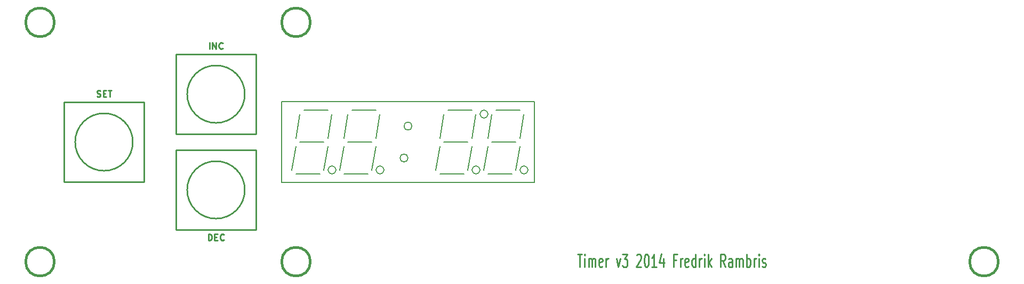
<source format=gto>
G04 (created by PCBNEW (2013-june-11)-stable) date Thu 27 Nov 2014 20:22:07 CET*
%MOIN*%
G04 Gerber Fmt 3.4, Leading zero omitted, Abs format*
%FSLAX34Y34*%
G01*
G70*
G90*
G04 APERTURE LIST*
%ADD10C,0.00590551*%
%ADD11C,0.01*%
%ADD12C,0.00984252*%
%ADD13C,0.015*%
G04 APERTURE END LIST*
G54D10*
G54D11*
X94095Y-67023D02*
X94380Y-67023D01*
X94238Y-67823D02*
X94238Y-67023D01*
X94547Y-67823D02*
X94547Y-67290D01*
X94547Y-67023D02*
X94523Y-67061D01*
X94547Y-67100D01*
X94571Y-67061D01*
X94547Y-67023D01*
X94547Y-67100D01*
X94785Y-67823D02*
X94785Y-67290D01*
X94785Y-67366D02*
X94809Y-67328D01*
X94857Y-67290D01*
X94928Y-67290D01*
X94976Y-67328D01*
X95000Y-67404D01*
X95000Y-67823D01*
X95000Y-67404D02*
X95023Y-67328D01*
X95071Y-67290D01*
X95142Y-67290D01*
X95190Y-67328D01*
X95214Y-67404D01*
X95214Y-67823D01*
X95642Y-67785D02*
X95595Y-67823D01*
X95500Y-67823D01*
X95452Y-67785D01*
X95428Y-67709D01*
X95428Y-67404D01*
X95452Y-67328D01*
X95500Y-67290D01*
X95595Y-67290D01*
X95642Y-67328D01*
X95666Y-67404D01*
X95666Y-67480D01*
X95428Y-67557D01*
X95880Y-67823D02*
X95880Y-67290D01*
X95880Y-67442D02*
X95904Y-67366D01*
X95928Y-67328D01*
X95976Y-67290D01*
X96023Y-67290D01*
X96523Y-67290D02*
X96642Y-67823D01*
X96761Y-67290D01*
X96904Y-67023D02*
X97214Y-67023D01*
X97047Y-67328D01*
X97119Y-67328D01*
X97166Y-67366D01*
X97190Y-67404D01*
X97214Y-67480D01*
X97214Y-67671D01*
X97190Y-67747D01*
X97166Y-67785D01*
X97119Y-67823D01*
X96976Y-67823D01*
X96928Y-67785D01*
X96904Y-67747D01*
X97785Y-67100D02*
X97809Y-67061D01*
X97857Y-67023D01*
X97976Y-67023D01*
X98023Y-67061D01*
X98047Y-67100D01*
X98071Y-67176D01*
X98071Y-67252D01*
X98047Y-67366D01*
X97761Y-67823D01*
X98071Y-67823D01*
X98380Y-67023D02*
X98428Y-67023D01*
X98476Y-67061D01*
X98500Y-67100D01*
X98523Y-67176D01*
X98547Y-67328D01*
X98547Y-67519D01*
X98523Y-67671D01*
X98500Y-67747D01*
X98476Y-67785D01*
X98428Y-67823D01*
X98380Y-67823D01*
X98333Y-67785D01*
X98309Y-67747D01*
X98285Y-67671D01*
X98261Y-67519D01*
X98261Y-67328D01*
X98285Y-67176D01*
X98309Y-67100D01*
X98333Y-67061D01*
X98380Y-67023D01*
X99023Y-67823D02*
X98738Y-67823D01*
X98880Y-67823D02*
X98880Y-67023D01*
X98833Y-67138D01*
X98785Y-67214D01*
X98738Y-67252D01*
X99452Y-67290D02*
X99452Y-67823D01*
X99333Y-66985D02*
X99214Y-67557D01*
X99523Y-67557D01*
X100261Y-67404D02*
X100095Y-67404D01*
X100095Y-67823D02*
X100095Y-67023D01*
X100333Y-67023D01*
X100523Y-67823D02*
X100523Y-67290D01*
X100523Y-67442D02*
X100547Y-67366D01*
X100571Y-67328D01*
X100619Y-67290D01*
X100666Y-67290D01*
X101023Y-67785D02*
X100976Y-67823D01*
X100880Y-67823D01*
X100833Y-67785D01*
X100809Y-67709D01*
X100809Y-67404D01*
X100833Y-67328D01*
X100880Y-67290D01*
X100976Y-67290D01*
X101023Y-67328D01*
X101047Y-67404D01*
X101047Y-67480D01*
X100809Y-67557D01*
X101476Y-67823D02*
X101476Y-67023D01*
X101476Y-67785D02*
X101428Y-67823D01*
X101333Y-67823D01*
X101285Y-67785D01*
X101261Y-67747D01*
X101238Y-67671D01*
X101238Y-67442D01*
X101261Y-67366D01*
X101285Y-67328D01*
X101333Y-67290D01*
X101428Y-67290D01*
X101476Y-67328D01*
X101714Y-67823D02*
X101714Y-67290D01*
X101714Y-67442D02*
X101738Y-67366D01*
X101761Y-67328D01*
X101809Y-67290D01*
X101857Y-67290D01*
X102023Y-67823D02*
X102023Y-67290D01*
X102023Y-67023D02*
X102000Y-67061D01*
X102023Y-67100D01*
X102047Y-67061D01*
X102023Y-67023D01*
X102023Y-67100D01*
X102261Y-67823D02*
X102261Y-67023D01*
X102309Y-67519D02*
X102452Y-67823D01*
X102452Y-67290D02*
X102261Y-67595D01*
X103333Y-67823D02*
X103166Y-67442D01*
X103047Y-67823D02*
X103047Y-67023D01*
X103238Y-67023D01*
X103285Y-67061D01*
X103309Y-67100D01*
X103333Y-67176D01*
X103333Y-67290D01*
X103309Y-67366D01*
X103285Y-67404D01*
X103238Y-67442D01*
X103047Y-67442D01*
X103761Y-67823D02*
X103761Y-67404D01*
X103738Y-67328D01*
X103690Y-67290D01*
X103595Y-67290D01*
X103547Y-67328D01*
X103761Y-67785D02*
X103714Y-67823D01*
X103595Y-67823D01*
X103547Y-67785D01*
X103523Y-67709D01*
X103523Y-67633D01*
X103547Y-67557D01*
X103595Y-67519D01*
X103714Y-67519D01*
X103761Y-67480D01*
X104000Y-67823D02*
X104000Y-67290D01*
X104000Y-67366D02*
X104023Y-67328D01*
X104071Y-67290D01*
X104142Y-67290D01*
X104190Y-67328D01*
X104214Y-67404D01*
X104214Y-67823D01*
X104214Y-67404D02*
X104238Y-67328D01*
X104285Y-67290D01*
X104357Y-67290D01*
X104404Y-67328D01*
X104428Y-67404D01*
X104428Y-67823D01*
X104666Y-67823D02*
X104666Y-67023D01*
X104666Y-67328D02*
X104714Y-67290D01*
X104809Y-67290D01*
X104857Y-67328D01*
X104880Y-67366D01*
X104904Y-67442D01*
X104904Y-67671D01*
X104880Y-67747D01*
X104857Y-67785D01*
X104809Y-67823D01*
X104714Y-67823D01*
X104666Y-67785D01*
X105119Y-67823D02*
X105119Y-67290D01*
X105119Y-67442D02*
X105142Y-67366D01*
X105166Y-67328D01*
X105214Y-67290D01*
X105261Y-67290D01*
X105428Y-67823D02*
X105428Y-67290D01*
X105428Y-67023D02*
X105404Y-67061D01*
X105428Y-67100D01*
X105452Y-67061D01*
X105428Y-67023D01*
X105428Y-67100D01*
X105642Y-67785D02*
X105690Y-67823D01*
X105785Y-67823D01*
X105833Y-67785D01*
X105857Y-67709D01*
X105857Y-67671D01*
X105833Y-67595D01*
X105785Y-67557D01*
X105714Y-67557D01*
X105666Y-67519D01*
X105642Y-67442D01*
X105642Y-67404D01*
X105666Y-67328D01*
X105714Y-67290D01*
X105785Y-67290D01*
X105833Y-67328D01*
G54D12*
X64059Y-57140D02*
X64115Y-57159D01*
X64209Y-57159D01*
X64246Y-57140D01*
X64265Y-57121D01*
X64284Y-57084D01*
X64284Y-57046D01*
X64265Y-57009D01*
X64246Y-56990D01*
X64209Y-56971D01*
X64134Y-56953D01*
X64096Y-56934D01*
X64078Y-56915D01*
X64059Y-56878D01*
X64059Y-56840D01*
X64078Y-56803D01*
X64096Y-56784D01*
X64134Y-56765D01*
X64228Y-56765D01*
X64284Y-56784D01*
X64453Y-56953D02*
X64584Y-56953D01*
X64640Y-57159D02*
X64453Y-57159D01*
X64453Y-56765D01*
X64640Y-56765D01*
X64753Y-56765D02*
X64978Y-56765D01*
X64865Y-57159D02*
X64865Y-56765D01*
X71021Y-66159D02*
X71021Y-65765D01*
X71115Y-65765D01*
X71171Y-65784D01*
X71209Y-65821D01*
X71228Y-65859D01*
X71246Y-65934D01*
X71246Y-65990D01*
X71228Y-66065D01*
X71209Y-66103D01*
X71171Y-66140D01*
X71115Y-66159D01*
X71021Y-66159D01*
X71415Y-65953D02*
X71546Y-65953D01*
X71603Y-66159D02*
X71415Y-66159D01*
X71415Y-65765D01*
X71603Y-65765D01*
X71996Y-66121D02*
X71978Y-66140D01*
X71921Y-66159D01*
X71884Y-66159D01*
X71828Y-66140D01*
X71790Y-66103D01*
X71771Y-66065D01*
X71753Y-65990D01*
X71753Y-65934D01*
X71771Y-65859D01*
X71790Y-65821D01*
X71828Y-65784D01*
X71884Y-65765D01*
X71921Y-65765D01*
X71978Y-65784D01*
X71996Y-65803D01*
X71096Y-54159D02*
X71096Y-53765D01*
X71284Y-54159D02*
X71284Y-53765D01*
X71509Y-54159D01*
X71509Y-53765D01*
X71921Y-54121D02*
X71903Y-54140D01*
X71846Y-54159D01*
X71809Y-54159D01*
X71753Y-54140D01*
X71715Y-54103D01*
X71696Y-54065D01*
X71678Y-53990D01*
X71678Y-53934D01*
X71696Y-53859D01*
X71715Y-53821D01*
X71753Y-53784D01*
X71809Y-53765D01*
X71846Y-53765D01*
X71903Y-53784D01*
X71921Y-53803D01*
G54D13*
X77400Y-52500D02*
G75*
G03X77400Y-52500I-900J0D01*
G74*
G01*
X77400Y-67500D02*
G75*
G03X77400Y-67500I-900J0D01*
G74*
G01*
G54D11*
X66302Y-60000D02*
G75*
G03X66302Y-60000I-1802J0D01*
G74*
G01*
X62000Y-57500D02*
X67000Y-57500D01*
X67000Y-57500D02*
X67000Y-62500D01*
X67000Y-62500D02*
X62000Y-62500D01*
X62000Y-62500D02*
X62000Y-57500D01*
X73302Y-63000D02*
G75*
G03X73302Y-63000I-1802J0D01*
G74*
G01*
X69000Y-60500D02*
X74000Y-60500D01*
X74000Y-60500D02*
X74000Y-65500D01*
X74000Y-65500D02*
X69000Y-65500D01*
X69000Y-65500D02*
X69000Y-60500D01*
X73302Y-57000D02*
G75*
G03X73302Y-57000I-1802J0D01*
G74*
G01*
X69000Y-54500D02*
X74000Y-54500D01*
X74000Y-54500D02*
X74000Y-59500D01*
X74000Y-59500D02*
X69000Y-59500D01*
X69000Y-59500D02*
X69000Y-54500D01*
G54D10*
X88500Y-58250D02*
G75*
G03X88500Y-58250I-250J0D01*
G74*
G01*
X83750Y-59000D02*
G75*
G03X83750Y-59000I-250J0D01*
G74*
G01*
X83500Y-61000D02*
G75*
G03X83500Y-61000I-250J0D01*
G74*
G01*
X85500Y-62000D02*
X87000Y-62000D01*
X85250Y-61750D02*
X85500Y-60250D01*
X85750Y-60000D02*
X87250Y-60000D01*
X87250Y-61750D02*
X87500Y-60250D01*
X87500Y-59750D02*
X87750Y-58250D01*
X87500Y-58000D02*
X86000Y-58000D01*
X85750Y-58250D02*
X85500Y-59750D01*
X88000Y-61750D02*
G75*
G03X88000Y-61750I-250J0D01*
G74*
G01*
X91000Y-61750D02*
G75*
G03X91000Y-61750I-250J0D01*
G74*
G01*
X88750Y-58250D02*
X88500Y-59750D01*
X90500Y-58000D02*
X89000Y-58000D01*
X90500Y-59750D02*
X90750Y-58250D01*
X90250Y-61750D02*
X90500Y-60250D01*
X88750Y-60000D02*
X90250Y-60000D01*
X88250Y-61750D02*
X88500Y-60250D01*
X88500Y-62000D02*
X90000Y-62000D01*
X79500Y-62000D02*
X81000Y-62000D01*
X79250Y-61750D02*
X79500Y-60250D01*
X79750Y-60000D02*
X81250Y-60000D01*
X81250Y-61750D02*
X81500Y-60250D01*
X81500Y-59750D02*
X81750Y-58250D01*
X81500Y-58000D02*
X80000Y-58000D01*
X79750Y-58250D02*
X79500Y-59750D01*
X82000Y-61750D02*
G75*
G03X82000Y-61750I-250J0D01*
G74*
G01*
X79000Y-61750D02*
G75*
G03X79000Y-61750I-250J0D01*
G74*
G01*
X76750Y-58250D02*
X76500Y-59750D01*
X78500Y-58000D02*
X77000Y-58000D01*
X78500Y-59750D02*
X78750Y-58250D01*
X78250Y-61750D02*
X78500Y-60250D01*
X76750Y-60000D02*
X78250Y-60000D01*
X76250Y-61750D02*
X76500Y-60250D01*
X76500Y-62000D02*
X78000Y-62000D01*
X75590Y-57480D02*
X91409Y-57480D01*
X91409Y-57480D02*
X91409Y-62519D01*
X91409Y-62519D02*
X75590Y-62519D01*
X75590Y-62519D02*
X75590Y-57480D01*
G54D13*
X61400Y-52500D02*
G75*
G03X61400Y-52500I-900J0D01*
G74*
G01*
X61400Y-67500D02*
G75*
G03X61400Y-67500I-900J0D01*
G74*
G01*
X120400Y-67500D02*
G75*
G03X120400Y-67500I-900J0D01*
G74*
G01*
M02*

</source>
